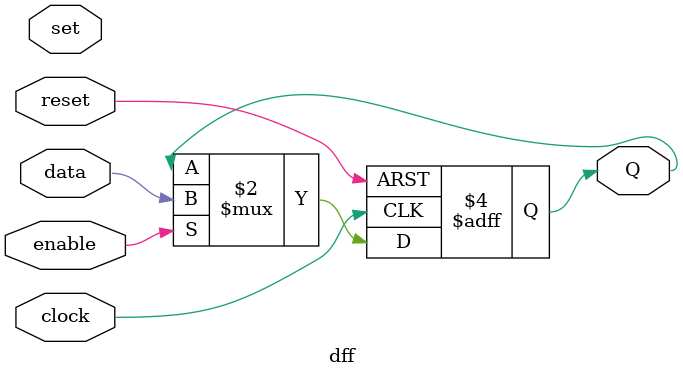
<source format=v>
module dff(
    input data,
    input enable,
    input set,
    input reset,
    input clock,

    output Q,
);

always @(posedge clock or posedge reset) begin
    if (reset) Q <= 0;
    else if (enable) Q <= data;
end

endmodule


</source>
